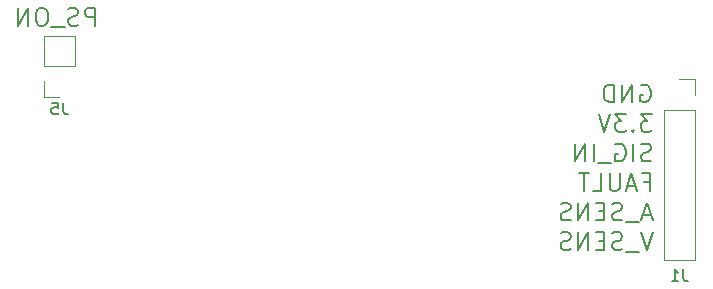
<source format=gbo>
G04 #@! TF.GenerationSoftware,KiCad,Pcbnew,8.0.6-8.0.6-0~ubuntu24.04.1*
G04 #@! TF.CreationDate,2024-10-18T15:37:14+01:00*
G04 #@! TF.ProjectId,PowerDelivery,506f7765-7244-4656-9c69-766572792e6b,rev?*
G04 #@! TF.SameCoordinates,Original*
G04 #@! TF.FileFunction,Legend,Bot*
G04 #@! TF.FilePolarity,Positive*
%FSLAX46Y46*%
G04 Gerber Fmt 4.6, Leading zero omitted, Abs format (unit mm)*
G04 Created by KiCad (PCBNEW 8.0.6-8.0.6-0~ubuntu24.04.1) date 2024-10-18 15:37:14*
%MOMM*%
%LPD*%
G01*
G04 APERTURE LIST*
G04 Aperture macros list*
%AMRoundRect*
0 Rectangle with rounded corners*
0 $1 Rounding radius*
0 $2 $3 $4 $5 $6 $7 $8 $9 X,Y pos of 4 corners*
0 Add a 4 corners polygon primitive as box body*
4,1,4,$2,$3,$4,$5,$6,$7,$8,$9,$2,$3,0*
0 Add four circle primitives for the rounded corners*
1,1,$1+$1,$2,$3*
1,1,$1+$1,$4,$5*
1,1,$1+$1,$6,$7*
1,1,$1+$1,$8,$9*
0 Add four rect primitives between the rounded corners*
20,1,$1+$1,$2,$3,$4,$5,0*
20,1,$1+$1,$4,$5,$6,$7,0*
20,1,$1+$1,$6,$7,$8,$9,0*
20,1,$1+$1,$8,$9,$2,$3,0*%
G04 Aperture macros list end*
%ADD10C,0.200000*%
%ADD11C,0.150000*%
%ADD12C,0.120000*%
%ADD13RoundRect,0.250001X-1.399999X1.099999X-1.399999X-1.099999X1.399999X-1.099999X1.399999X1.099999X0*%
%ADD14O,3.300000X2.700000*%
%ADD15C,1.600000*%
%ADD16O,1.600000X1.600000*%
%ADD17R,3.000000X3.000000*%
%ADD18C,3.000000*%
%ADD19R,1.600000X1.600000*%
%ADD20R,2.200000X2.200000*%
%ADD21O,2.200000X2.200000*%
%ADD22C,2.400000*%
%ADD23O,2.400000X2.400000*%
%ADD24C,1.440000*%
%ADD25R,1.500000X1.500000*%
%ADD26C,1.500000*%
%ADD27C,5.700000*%
%ADD28O,3.500000X3.500000*%
%ADD29R,2.000000X1.905000*%
%ADD30O,2.000000X1.905000*%
%ADD31R,1.800000X1.800000*%
%ADD32C,1.800000*%
%ADD33R,1.700000X1.700000*%
%ADD34O,1.700000X1.700000*%
G04 APERTURE END LIST*
D10*
X144011279Y-86306028D02*
X144011279Y-84806028D01*
X144011279Y-84806028D02*
X143439850Y-84806028D01*
X143439850Y-84806028D02*
X143296993Y-84877457D01*
X143296993Y-84877457D02*
X143225564Y-84948885D01*
X143225564Y-84948885D02*
X143154136Y-85091742D01*
X143154136Y-85091742D02*
X143154136Y-85306028D01*
X143154136Y-85306028D02*
X143225564Y-85448885D01*
X143225564Y-85448885D02*
X143296993Y-85520314D01*
X143296993Y-85520314D02*
X143439850Y-85591742D01*
X143439850Y-85591742D02*
X144011279Y-85591742D01*
X142582707Y-86234600D02*
X142368422Y-86306028D01*
X142368422Y-86306028D02*
X142011279Y-86306028D01*
X142011279Y-86306028D02*
X141868422Y-86234600D01*
X141868422Y-86234600D02*
X141796993Y-86163171D01*
X141796993Y-86163171D02*
X141725564Y-86020314D01*
X141725564Y-86020314D02*
X141725564Y-85877457D01*
X141725564Y-85877457D02*
X141796993Y-85734600D01*
X141796993Y-85734600D02*
X141868422Y-85663171D01*
X141868422Y-85663171D02*
X142011279Y-85591742D01*
X142011279Y-85591742D02*
X142296993Y-85520314D01*
X142296993Y-85520314D02*
X142439850Y-85448885D01*
X142439850Y-85448885D02*
X142511279Y-85377457D01*
X142511279Y-85377457D02*
X142582707Y-85234600D01*
X142582707Y-85234600D02*
X142582707Y-85091742D01*
X142582707Y-85091742D02*
X142511279Y-84948885D01*
X142511279Y-84948885D02*
X142439850Y-84877457D01*
X142439850Y-84877457D02*
X142296993Y-84806028D01*
X142296993Y-84806028D02*
X141939850Y-84806028D01*
X141939850Y-84806028D02*
X141725564Y-84877457D01*
X141439851Y-86448885D02*
X140296993Y-86448885D01*
X139654136Y-84806028D02*
X139368422Y-84806028D01*
X139368422Y-84806028D02*
X139225565Y-84877457D01*
X139225565Y-84877457D02*
X139082708Y-85020314D01*
X139082708Y-85020314D02*
X139011279Y-85306028D01*
X139011279Y-85306028D02*
X139011279Y-85806028D01*
X139011279Y-85806028D02*
X139082708Y-86091742D01*
X139082708Y-86091742D02*
X139225565Y-86234600D01*
X139225565Y-86234600D02*
X139368422Y-86306028D01*
X139368422Y-86306028D02*
X139654136Y-86306028D01*
X139654136Y-86306028D02*
X139796994Y-86234600D01*
X139796994Y-86234600D02*
X139939851Y-86091742D01*
X139939851Y-86091742D02*
X140011279Y-85806028D01*
X140011279Y-85806028D02*
X140011279Y-85306028D01*
X140011279Y-85306028D02*
X139939851Y-85020314D01*
X139939851Y-85020314D02*
X139796994Y-84877457D01*
X139796994Y-84877457D02*
X139654136Y-84806028D01*
X138368422Y-86306028D02*
X138368422Y-84806028D01*
X138368422Y-84806028D02*
X137511279Y-86306028D01*
X137511279Y-86306028D02*
X137511279Y-84806028D01*
X191225564Y-103806028D02*
X190725564Y-105306028D01*
X190725564Y-105306028D02*
X190225564Y-103806028D01*
X190082708Y-105448885D02*
X188939850Y-105448885D01*
X188654136Y-105234600D02*
X188439851Y-105306028D01*
X188439851Y-105306028D02*
X188082708Y-105306028D01*
X188082708Y-105306028D02*
X187939851Y-105234600D01*
X187939851Y-105234600D02*
X187868422Y-105163171D01*
X187868422Y-105163171D02*
X187796993Y-105020314D01*
X187796993Y-105020314D02*
X187796993Y-104877457D01*
X187796993Y-104877457D02*
X187868422Y-104734600D01*
X187868422Y-104734600D02*
X187939851Y-104663171D01*
X187939851Y-104663171D02*
X188082708Y-104591742D01*
X188082708Y-104591742D02*
X188368422Y-104520314D01*
X188368422Y-104520314D02*
X188511279Y-104448885D01*
X188511279Y-104448885D02*
X188582708Y-104377457D01*
X188582708Y-104377457D02*
X188654136Y-104234600D01*
X188654136Y-104234600D02*
X188654136Y-104091742D01*
X188654136Y-104091742D02*
X188582708Y-103948885D01*
X188582708Y-103948885D02*
X188511279Y-103877457D01*
X188511279Y-103877457D02*
X188368422Y-103806028D01*
X188368422Y-103806028D02*
X188011279Y-103806028D01*
X188011279Y-103806028D02*
X187796993Y-103877457D01*
X187154137Y-104520314D02*
X186654137Y-104520314D01*
X186439851Y-105306028D02*
X187154137Y-105306028D01*
X187154137Y-105306028D02*
X187154137Y-103806028D01*
X187154137Y-103806028D02*
X186439851Y-103806028D01*
X185796994Y-105306028D02*
X185796994Y-103806028D01*
X185796994Y-103806028D02*
X184939851Y-105306028D01*
X184939851Y-105306028D02*
X184939851Y-103806028D01*
X184296993Y-105234600D02*
X184082708Y-105306028D01*
X184082708Y-105306028D02*
X183725565Y-105306028D01*
X183725565Y-105306028D02*
X183582708Y-105234600D01*
X183582708Y-105234600D02*
X183511279Y-105163171D01*
X183511279Y-105163171D02*
X183439850Y-105020314D01*
X183439850Y-105020314D02*
X183439850Y-104877457D01*
X183439850Y-104877457D02*
X183511279Y-104734600D01*
X183511279Y-104734600D02*
X183582708Y-104663171D01*
X183582708Y-104663171D02*
X183725565Y-104591742D01*
X183725565Y-104591742D02*
X184011279Y-104520314D01*
X184011279Y-104520314D02*
X184154136Y-104448885D01*
X184154136Y-104448885D02*
X184225565Y-104377457D01*
X184225565Y-104377457D02*
X184296993Y-104234600D01*
X184296993Y-104234600D02*
X184296993Y-104091742D01*
X184296993Y-104091742D02*
X184225565Y-103948885D01*
X184225565Y-103948885D02*
X184154136Y-103877457D01*
X184154136Y-103877457D02*
X184011279Y-103806028D01*
X184011279Y-103806028D02*
X183654136Y-103806028D01*
X183654136Y-103806028D02*
X183439850Y-103877457D01*
X191082707Y-102377457D02*
X190368422Y-102377457D01*
X191225564Y-102806028D02*
X190725564Y-101306028D01*
X190725564Y-101306028D02*
X190225564Y-102806028D01*
X190082708Y-102948885D02*
X188939850Y-102948885D01*
X188654136Y-102734600D02*
X188439851Y-102806028D01*
X188439851Y-102806028D02*
X188082708Y-102806028D01*
X188082708Y-102806028D02*
X187939851Y-102734600D01*
X187939851Y-102734600D02*
X187868422Y-102663171D01*
X187868422Y-102663171D02*
X187796993Y-102520314D01*
X187796993Y-102520314D02*
X187796993Y-102377457D01*
X187796993Y-102377457D02*
X187868422Y-102234600D01*
X187868422Y-102234600D02*
X187939851Y-102163171D01*
X187939851Y-102163171D02*
X188082708Y-102091742D01*
X188082708Y-102091742D02*
X188368422Y-102020314D01*
X188368422Y-102020314D02*
X188511279Y-101948885D01*
X188511279Y-101948885D02*
X188582708Y-101877457D01*
X188582708Y-101877457D02*
X188654136Y-101734600D01*
X188654136Y-101734600D02*
X188654136Y-101591742D01*
X188654136Y-101591742D02*
X188582708Y-101448885D01*
X188582708Y-101448885D02*
X188511279Y-101377457D01*
X188511279Y-101377457D02*
X188368422Y-101306028D01*
X188368422Y-101306028D02*
X188011279Y-101306028D01*
X188011279Y-101306028D02*
X187796993Y-101377457D01*
X187154137Y-102020314D02*
X186654137Y-102020314D01*
X186439851Y-102806028D02*
X187154137Y-102806028D01*
X187154137Y-102806028D02*
X187154137Y-101306028D01*
X187154137Y-101306028D02*
X186439851Y-101306028D01*
X185796994Y-102806028D02*
X185796994Y-101306028D01*
X185796994Y-101306028D02*
X184939851Y-102806028D01*
X184939851Y-102806028D02*
X184939851Y-101306028D01*
X184296993Y-102734600D02*
X184082708Y-102806028D01*
X184082708Y-102806028D02*
X183725565Y-102806028D01*
X183725565Y-102806028D02*
X183582708Y-102734600D01*
X183582708Y-102734600D02*
X183511279Y-102663171D01*
X183511279Y-102663171D02*
X183439850Y-102520314D01*
X183439850Y-102520314D02*
X183439850Y-102377457D01*
X183439850Y-102377457D02*
X183511279Y-102234600D01*
X183511279Y-102234600D02*
X183582708Y-102163171D01*
X183582708Y-102163171D02*
X183725565Y-102091742D01*
X183725565Y-102091742D02*
X184011279Y-102020314D01*
X184011279Y-102020314D02*
X184154136Y-101948885D01*
X184154136Y-101948885D02*
X184225565Y-101877457D01*
X184225565Y-101877457D02*
X184296993Y-101734600D01*
X184296993Y-101734600D02*
X184296993Y-101591742D01*
X184296993Y-101591742D02*
X184225565Y-101448885D01*
X184225565Y-101448885D02*
X184154136Y-101377457D01*
X184154136Y-101377457D02*
X184011279Y-101306028D01*
X184011279Y-101306028D02*
X183654136Y-101306028D01*
X183654136Y-101306028D02*
X183439850Y-101377457D01*
X190511279Y-99520314D02*
X191011279Y-99520314D01*
X191011279Y-100306028D02*
X191011279Y-98806028D01*
X191011279Y-98806028D02*
X190296993Y-98806028D01*
X189796993Y-99877457D02*
X189082708Y-99877457D01*
X189939850Y-100306028D02*
X189439850Y-98806028D01*
X189439850Y-98806028D02*
X188939850Y-100306028D01*
X188439851Y-98806028D02*
X188439851Y-100020314D01*
X188439851Y-100020314D02*
X188368422Y-100163171D01*
X188368422Y-100163171D02*
X188296994Y-100234600D01*
X188296994Y-100234600D02*
X188154136Y-100306028D01*
X188154136Y-100306028D02*
X187868422Y-100306028D01*
X187868422Y-100306028D02*
X187725565Y-100234600D01*
X187725565Y-100234600D02*
X187654136Y-100163171D01*
X187654136Y-100163171D02*
X187582708Y-100020314D01*
X187582708Y-100020314D02*
X187582708Y-98806028D01*
X186154136Y-100306028D02*
X186868422Y-100306028D01*
X186868422Y-100306028D02*
X186868422Y-98806028D01*
X185868421Y-98806028D02*
X185011279Y-98806028D01*
X185439850Y-100306028D02*
X185439850Y-98806028D01*
X191082707Y-97734600D02*
X190868422Y-97806028D01*
X190868422Y-97806028D02*
X190511279Y-97806028D01*
X190511279Y-97806028D02*
X190368422Y-97734600D01*
X190368422Y-97734600D02*
X190296993Y-97663171D01*
X190296993Y-97663171D02*
X190225564Y-97520314D01*
X190225564Y-97520314D02*
X190225564Y-97377457D01*
X190225564Y-97377457D02*
X190296993Y-97234600D01*
X190296993Y-97234600D02*
X190368422Y-97163171D01*
X190368422Y-97163171D02*
X190511279Y-97091742D01*
X190511279Y-97091742D02*
X190796993Y-97020314D01*
X190796993Y-97020314D02*
X190939850Y-96948885D01*
X190939850Y-96948885D02*
X191011279Y-96877457D01*
X191011279Y-96877457D02*
X191082707Y-96734600D01*
X191082707Y-96734600D02*
X191082707Y-96591742D01*
X191082707Y-96591742D02*
X191011279Y-96448885D01*
X191011279Y-96448885D02*
X190939850Y-96377457D01*
X190939850Y-96377457D02*
X190796993Y-96306028D01*
X190796993Y-96306028D02*
X190439850Y-96306028D01*
X190439850Y-96306028D02*
X190225564Y-96377457D01*
X189582708Y-97806028D02*
X189582708Y-96306028D01*
X188082707Y-96377457D02*
X188225565Y-96306028D01*
X188225565Y-96306028D02*
X188439850Y-96306028D01*
X188439850Y-96306028D02*
X188654136Y-96377457D01*
X188654136Y-96377457D02*
X188796993Y-96520314D01*
X188796993Y-96520314D02*
X188868422Y-96663171D01*
X188868422Y-96663171D02*
X188939850Y-96948885D01*
X188939850Y-96948885D02*
X188939850Y-97163171D01*
X188939850Y-97163171D02*
X188868422Y-97448885D01*
X188868422Y-97448885D02*
X188796993Y-97591742D01*
X188796993Y-97591742D02*
X188654136Y-97734600D01*
X188654136Y-97734600D02*
X188439850Y-97806028D01*
X188439850Y-97806028D02*
X188296993Y-97806028D01*
X188296993Y-97806028D02*
X188082707Y-97734600D01*
X188082707Y-97734600D02*
X188011279Y-97663171D01*
X188011279Y-97663171D02*
X188011279Y-97163171D01*
X188011279Y-97163171D02*
X188296993Y-97163171D01*
X187725565Y-97948885D02*
X186582707Y-97948885D01*
X186225565Y-97806028D02*
X186225565Y-96306028D01*
X185511279Y-97806028D02*
X185511279Y-96306028D01*
X185511279Y-96306028D02*
X184654136Y-97806028D01*
X184654136Y-97806028D02*
X184654136Y-96306028D01*
X191154136Y-93806028D02*
X190225564Y-93806028D01*
X190225564Y-93806028D02*
X190725564Y-94377457D01*
X190725564Y-94377457D02*
X190511279Y-94377457D01*
X190511279Y-94377457D02*
X190368422Y-94448885D01*
X190368422Y-94448885D02*
X190296993Y-94520314D01*
X190296993Y-94520314D02*
X190225564Y-94663171D01*
X190225564Y-94663171D02*
X190225564Y-95020314D01*
X190225564Y-95020314D02*
X190296993Y-95163171D01*
X190296993Y-95163171D02*
X190368422Y-95234600D01*
X190368422Y-95234600D02*
X190511279Y-95306028D01*
X190511279Y-95306028D02*
X190939850Y-95306028D01*
X190939850Y-95306028D02*
X191082707Y-95234600D01*
X191082707Y-95234600D02*
X191154136Y-95163171D01*
X189582708Y-95163171D02*
X189511279Y-95234600D01*
X189511279Y-95234600D02*
X189582708Y-95306028D01*
X189582708Y-95306028D02*
X189654136Y-95234600D01*
X189654136Y-95234600D02*
X189582708Y-95163171D01*
X189582708Y-95163171D02*
X189582708Y-95306028D01*
X189011279Y-93806028D02*
X188082707Y-93806028D01*
X188082707Y-93806028D02*
X188582707Y-94377457D01*
X188582707Y-94377457D02*
X188368422Y-94377457D01*
X188368422Y-94377457D02*
X188225565Y-94448885D01*
X188225565Y-94448885D02*
X188154136Y-94520314D01*
X188154136Y-94520314D02*
X188082707Y-94663171D01*
X188082707Y-94663171D02*
X188082707Y-95020314D01*
X188082707Y-95020314D02*
X188154136Y-95163171D01*
X188154136Y-95163171D02*
X188225565Y-95234600D01*
X188225565Y-95234600D02*
X188368422Y-95306028D01*
X188368422Y-95306028D02*
X188796993Y-95306028D01*
X188796993Y-95306028D02*
X188939850Y-95234600D01*
X188939850Y-95234600D02*
X189011279Y-95163171D01*
X187654136Y-93806028D02*
X187154136Y-95306028D01*
X187154136Y-95306028D02*
X186654136Y-93806028D01*
X190225564Y-91377457D02*
X190368422Y-91306028D01*
X190368422Y-91306028D02*
X190582707Y-91306028D01*
X190582707Y-91306028D02*
X190796993Y-91377457D01*
X190796993Y-91377457D02*
X190939850Y-91520314D01*
X190939850Y-91520314D02*
X191011279Y-91663171D01*
X191011279Y-91663171D02*
X191082707Y-91948885D01*
X191082707Y-91948885D02*
X191082707Y-92163171D01*
X191082707Y-92163171D02*
X191011279Y-92448885D01*
X191011279Y-92448885D02*
X190939850Y-92591742D01*
X190939850Y-92591742D02*
X190796993Y-92734600D01*
X190796993Y-92734600D02*
X190582707Y-92806028D01*
X190582707Y-92806028D02*
X190439850Y-92806028D01*
X190439850Y-92806028D02*
X190225564Y-92734600D01*
X190225564Y-92734600D02*
X190154136Y-92663171D01*
X190154136Y-92663171D02*
X190154136Y-92163171D01*
X190154136Y-92163171D02*
X190439850Y-92163171D01*
X189511279Y-92806028D02*
X189511279Y-91306028D01*
X189511279Y-91306028D02*
X188654136Y-92806028D01*
X188654136Y-92806028D02*
X188654136Y-91306028D01*
X187939850Y-92806028D02*
X187939850Y-91306028D01*
X187939850Y-91306028D02*
X187582707Y-91306028D01*
X187582707Y-91306028D02*
X187368421Y-91377457D01*
X187368421Y-91377457D02*
X187225564Y-91520314D01*
X187225564Y-91520314D02*
X187154135Y-91663171D01*
X187154135Y-91663171D02*
X187082707Y-91948885D01*
X187082707Y-91948885D02*
X187082707Y-92163171D01*
X187082707Y-92163171D02*
X187154135Y-92448885D01*
X187154135Y-92448885D02*
X187225564Y-92591742D01*
X187225564Y-92591742D02*
X187368421Y-92734600D01*
X187368421Y-92734600D02*
X187582707Y-92806028D01*
X187582707Y-92806028D02*
X187939850Y-92806028D01*
D11*
X193833333Y-106954819D02*
X193833333Y-107669104D01*
X193833333Y-107669104D02*
X193880952Y-107811961D01*
X193880952Y-107811961D02*
X193976190Y-107907200D01*
X193976190Y-107907200D02*
X194119047Y-107954819D01*
X194119047Y-107954819D02*
X194214285Y-107954819D01*
X192833333Y-107954819D02*
X193404761Y-107954819D01*
X193119047Y-107954819D02*
X193119047Y-106954819D01*
X193119047Y-106954819D02*
X193214285Y-107097676D01*
X193214285Y-107097676D02*
X193309523Y-107192914D01*
X193309523Y-107192914D02*
X193404761Y-107240533D01*
X141333333Y-92824819D02*
X141333333Y-93539104D01*
X141333333Y-93539104D02*
X141380952Y-93681961D01*
X141380952Y-93681961D02*
X141476190Y-93777200D01*
X141476190Y-93777200D02*
X141619047Y-93824819D01*
X141619047Y-93824819D02*
X141714285Y-93824819D01*
X140380952Y-92824819D02*
X140857142Y-92824819D01*
X140857142Y-92824819D02*
X140904761Y-93301009D01*
X140904761Y-93301009D02*
X140857142Y-93253390D01*
X140857142Y-93253390D02*
X140761904Y-93205771D01*
X140761904Y-93205771D02*
X140523809Y-93205771D01*
X140523809Y-93205771D02*
X140428571Y-93253390D01*
X140428571Y-93253390D02*
X140380952Y-93301009D01*
X140380952Y-93301009D02*
X140333333Y-93396247D01*
X140333333Y-93396247D02*
X140333333Y-93634342D01*
X140333333Y-93634342D02*
X140380952Y-93729580D01*
X140380952Y-93729580D02*
X140428571Y-93777200D01*
X140428571Y-93777200D02*
X140523809Y-93824819D01*
X140523809Y-93824819D02*
X140761904Y-93824819D01*
X140761904Y-93824819D02*
X140857142Y-93777200D01*
X140857142Y-93777200D02*
X140904761Y-93729580D01*
D12*
X192170000Y-93420000D02*
X194830000Y-93420000D01*
X192170000Y-106180000D02*
X192170000Y-93420000D01*
X192170000Y-106180000D02*
X194830000Y-106180000D01*
X193500000Y-90820000D02*
X194830000Y-90820000D01*
X194830000Y-90820000D02*
X194830000Y-92150000D01*
X194830000Y-106180000D02*
X194830000Y-93420000D01*
X139670000Y-87170000D02*
X139670000Y-89770000D01*
X139670000Y-92370000D02*
X139670000Y-91040000D01*
X141000000Y-92370000D02*
X139670000Y-92370000D01*
X142330000Y-87170000D02*
X139670000Y-87170000D01*
X142330000Y-87170000D02*
X142330000Y-89770000D01*
X142330000Y-89770000D02*
X139670000Y-89770000D01*
%LPC*%
D13*
X135250000Y-123200000D03*
D14*
X135250000Y-127400000D03*
X135250000Y-131600000D03*
X135250000Y-135800000D03*
X129750000Y-123200000D03*
X129750000Y-127400000D03*
X129750000Y-131600000D03*
X129750000Y-135800000D03*
D15*
X162500000Y-77690000D03*
D16*
X162500000Y-85310000D03*
D17*
X120000000Y-72960000D03*
D18*
X120000000Y-78040000D03*
D15*
X154500000Y-92750000D03*
X154500000Y-95250000D03*
D17*
X120000000Y-106460000D03*
D18*
X120000000Y-111540000D03*
D19*
X153200000Y-127200000D03*
D16*
X153200000Y-129740000D03*
X153200000Y-132280000D03*
X153200000Y-134820000D03*
X160820000Y-134820000D03*
X160820000Y-132280000D03*
X160820000Y-129740000D03*
X160820000Y-127200000D03*
D20*
X166000000Y-70190000D03*
D21*
X166000000Y-77810000D03*
D22*
X127340000Y-61000000D03*
D23*
X147660000Y-61000000D03*
D15*
X160190000Y-94000000D03*
D16*
X167810000Y-94000000D03*
D15*
X164250000Y-126500000D03*
X166750000Y-126500000D03*
X141250000Y-116500000D03*
X143750000Y-116500000D03*
X148500000Y-70690000D03*
D16*
X148500000Y-78310000D03*
D19*
X171800000Y-106300000D03*
D16*
X171800000Y-103760000D03*
X171800000Y-101220000D03*
X171800000Y-98680000D03*
X164180000Y-98680000D03*
X164180000Y-101220000D03*
X164180000Y-103760000D03*
X164180000Y-106300000D03*
D15*
X142750000Y-82000000D03*
X140250000Y-82000000D03*
D24*
X148500000Y-94460000D03*
X148500000Y-97000000D03*
X148500000Y-99540000D03*
D25*
X166270000Y-115540000D03*
D26*
X163730000Y-113000000D03*
X166270000Y-110460000D03*
D15*
X171000000Y-114250000D03*
X171000000Y-111750000D03*
X153250000Y-138500000D03*
X155750000Y-138500000D03*
X141190000Y-125500000D03*
D16*
X148810000Y-125500000D03*
D19*
X148800000Y-112800000D03*
D16*
X148800000Y-110260000D03*
X148800000Y-107720000D03*
X148800000Y-105180000D03*
X141180000Y-105180000D03*
X141180000Y-107720000D03*
X141180000Y-110260000D03*
X141180000Y-112800000D03*
D17*
X120000000Y-118960000D03*
D18*
X120000000Y-124040000D03*
D15*
X153500000Y-105810000D03*
D16*
X153500000Y-98190000D03*
D27*
X115500000Y-59500000D03*
D13*
X135250000Y-68900000D03*
D14*
X135250000Y-73100000D03*
X135250000Y-77300000D03*
X135250000Y-81500000D03*
X135250000Y-85700000D03*
X135250000Y-89900000D03*
X135250000Y-94100000D03*
X135250000Y-98300000D03*
X135250000Y-102500000D03*
X135250000Y-106700000D03*
X135250000Y-110900000D03*
X135250000Y-115100000D03*
X129750000Y-68900000D03*
X129750000Y-73100000D03*
X129750000Y-77300000D03*
X129750000Y-81500000D03*
X129750000Y-85700000D03*
X129750000Y-89900000D03*
X129750000Y-94100000D03*
X129750000Y-98300000D03*
X129750000Y-102500000D03*
X129750000Y-106700000D03*
X129750000Y-110900000D03*
X129750000Y-115100000D03*
D27*
X193500000Y-137500000D03*
D15*
X155500000Y-70690000D03*
D16*
X155500000Y-78310000D03*
D15*
X141190000Y-132500000D03*
D16*
X148810000Y-132500000D03*
D28*
X168430000Y-62500000D03*
D29*
X151770000Y-59960000D03*
D30*
X151770000Y-62500000D03*
X151770000Y-65040000D03*
D19*
X153800000Y-81700000D03*
D16*
X151260000Y-81700000D03*
X148720000Y-81700000D03*
X146180000Y-81700000D03*
X146180000Y-89320000D03*
X148720000Y-89320000D03*
X151260000Y-89320000D03*
X153800000Y-89320000D03*
D15*
X164190000Y-90500000D03*
D16*
X171810000Y-90500000D03*
D27*
X193500000Y-59500000D03*
X115500000Y-137500000D03*
D15*
X145000000Y-70690000D03*
D16*
X145000000Y-78310000D03*
D15*
X170000000Y-70190000D03*
D16*
X170000000Y-77810000D03*
D15*
X165190000Y-130000000D03*
D16*
X172810000Y-130000000D03*
D15*
X160810000Y-109500000D03*
D16*
X153190000Y-109500000D03*
D15*
X153190000Y-113000000D03*
D16*
X160810000Y-113000000D03*
D31*
X158275000Y-121000000D03*
D32*
X155735000Y-121000000D03*
D15*
X141190000Y-136000000D03*
D16*
X148810000Y-136000000D03*
D15*
X143250000Y-101500000D03*
X140750000Y-101500000D03*
X148810000Y-121500000D03*
D16*
X141190000Y-121500000D03*
D15*
X141190000Y-129000000D03*
D16*
X148810000Y-129000000D03*
D15*
X152000000Y-70690000D03*
D16*
X152000000Y-78310000D03*
D17*
X120000000Y-85460000D03*
D18*
X120000000Y-90540000D03*
D33*
X193500000Y-92150000D03*
D34*
X193500000Y-94690000D03*
X193500000Y-97230000D03*
X193500000Y-99770000D03*
X193500000Y-102310000D03*
X193500000Y-104850000D03*
D33*
X141000000Y-91040000D03*
D34*
X141000000Y-88500000D03*
%LPD*%
M02*

</source>
